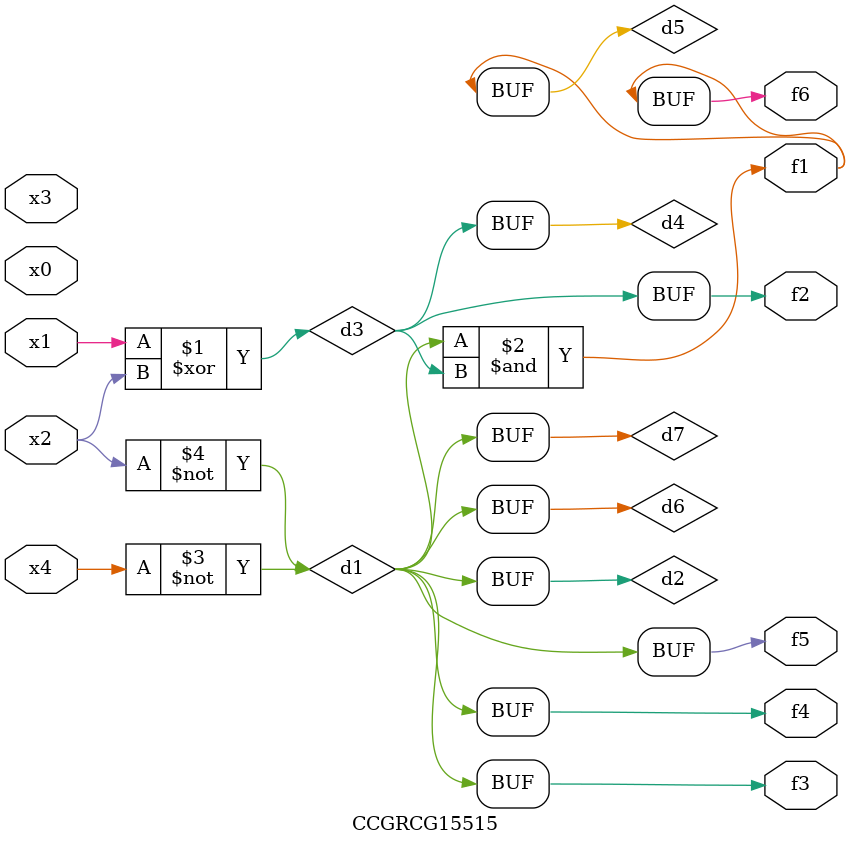
<source format=v>
module CCGRCG15515(
	input x0, x1, x2, x3, x4,
	output f1, f2, f3, f4, f5, f6
);

	wire d1, d2, d3, d4, d5, d6, d7;

	not (d1, x4);
	not (d2, x2);
	xor (d3, x1, x2);
	buf (d4, d3);
	and (d5, d1, d3);
	buf (d6, d1, d2);
	buf (d7, d2);
	assign f1 = d5;
	assign f2 = d4;
	assign f3 = d7;
	assign f4 = d7;
	assign f5 = d7;
	assign f6 = d5;
endmodule

</source>
